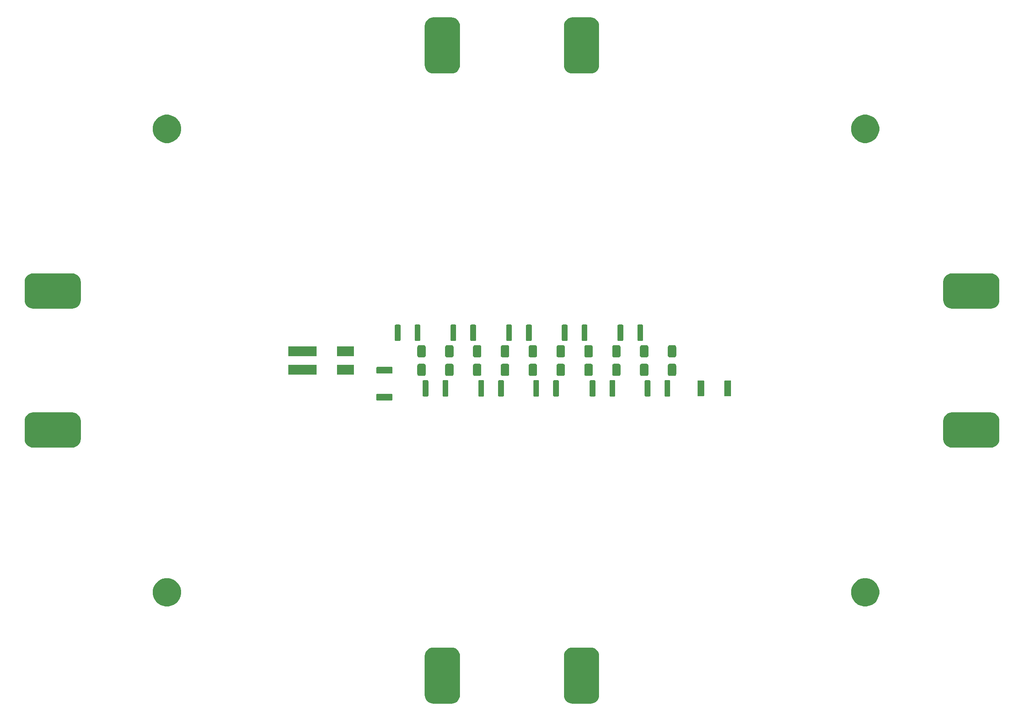
<source format=gbs>
G04 #@! TF.GenerationSoftware,KiCad,Pcbnew,5.0.1*
G04 #@! TF.CreationDate,2019-02-24T21:27:12+01:00*
G04 #@! TF.ProjectId,Statikplatte,53746174696B706C617474652E6B6963,rev?*
G04 #@! TF.SameCoordinates,Original*
G04 #@! TF.FileFunction,Soldermask,Bot*
G04 #@! TF.FilePolarity,Negative*
%FSLAX46Y46*%
G04 Gerber Fmt 4.6, Leading zero omitted, Abs format (unit mm)*
G04 Created by KiCad (PCBNEW 5.0.1) date So 24 Feb 2019 21:27:12 CET*
%MOMM*%
%LPD*%
G01*
G04 APERTURE LIST*
%ADD10C,0.100000*%
G04 APERTURE END LIST*
D10*
G36*
X137321454Y-150984909D02*
X137666143Y-151089469D01*
X137983803Y-151259263D01*
X138262235Y-151487765D01*
X138490737Y-151766197D01*
X138660531Y-152083857D01*
X138765091Y-152428546D01*
X138801000Y-152793140D01*
X138801000Y-161206860D01*
X138765091Y-161571454D01*
X138660531Y-161916143D01*
X138490737Y-162233803D01*
X138262235Y-162512235D01*
X137983803Y-162740737D01*
X137666143Y-162910531D01*
X137321454Y-163015091D01*
X136956860Y-163051000D01*
X133043140Y-163051000D01*
X132678546Y-163015091D01*
X132333857Y-162910531D01*
X132016197Y-162740737D01*
X131737765Y-162512235D01*
X131509263Y-162233803D01*
X131339469Y-161916143D01*
X131234909Y-161571454D01*
X131199000Y-161206860D01*
X131199000Y-152793140D01*
X131234909Y-152428546D01*
X131339469Y-152083857D01*
X131509263Y-151766197D01*
X131737765Y-151487765D01*
X132016197Y-151259263D01*
X132333857Y-151089469D01*
X132678546Y-150984909D01*
X133043140Y-150949000D01*
X136956860Y-150949000D01*
X137321454Y-150984909D01*
X137321454Y-150984909D01*
G37*
G36*
X107321454Y-150984909D02*
X107666143Y-151089469D01*
X107983803Y-151259263D01*
X108262235Y-151487765D01*
X108490737Y-151766197D01*
X108660531Y-152083857D01*
X108765091Y-152428546D01*
X108801000Y-152793140D01*
X108801000Y-161206860D01*
X108765091Y-161571454D01*
X108660531Y-161916143D01*
X108490737Y-162233803D01*
X108262235Y-162512235D01*
X107983803Y-162740737D01*
X107666143Y-162910531D01*
X107321454Y-163015091D01*
X106956860Y-163051000D01*
X103043140Y-163051000D01*
X102678546Y-163015091D01*
X102333857Y-162910531D01*
X102016197Y-162740737D01*
X101737765Y-162512235D01*
X101509263Y-162233803D01*
X101339469Y-161916143D01*
X101234909Y-161571454D01*
X101199000Y-161206860D01*
X101199000Y-152793140D01*
X101234909Y-152428546D01*
X101339469Y-152083857D01*
X101509263Y-151766197D01*
X101737765Y-151487765D01*
X102016197Y-151259263D01*
X102333857Y-151089469D01*
X102678546Y-150984909D01*
X103043140Y-150949000D01*
X106956860Y-150949000D01*
X107321454Y-150984909D01*
X107321454Y-150984909D01*
G37*
G36*
X197014941Y-136066248D02*
X197014943Y-136066249D01*
X197014944Y-136066249D01*
X197570190Y-136296239D01*
X197570191Y-136296240D01*
X198069902Y-136630136D01*
X198494864Y-137055098D01*
X198494866Y-137055101D01*
X198828761Y-137554810D01*
X199058751Y-138110056D01*
X199176000Y-138699503D01*
X199176000Y-139300497D01*
X199058751Y-139889944D01*
X198828761Y-140445190D01*
X198828760Y-140445191D01*
X198494864Y-140944902D01*
X198069902Y-141369864D01*
X198069899Y-141369866D01*
X197570190Y-141703761D01*
X197014944Y-141933751D01*
X197014943Y-141933751D01*
X197014941Y-141933752D01*
X196425499Y-142051000D01*
X195824501Y-142051000D01*
X195235059Y-141933752D01*
X195235057Y-141933751D01*
X195235056Y-141933751D01*
X194679810Y-141703761D01*
X194180101Y-141369866D01*
X194180098Y-141369864D01*
X193755136Y-140944902D01*
X193421240Y-140445191D01*
X193421239Y-140445190D01*
X193191249Y-139889944D01*
X193074000Y-139300497D01*
X193074000Y-138699503D01*
X193191249Y-138110056D01*
X193421239Y-137554810D01*
X193755134Y-137055101D01*
X193755136Y-137055098D01*
X194180098Y-136630136D01*
X194679809Y-136296240D01*
X194679810Y-136296239D01*
X195235056Y-136066249D01*
X195235057Y-136066249D01*
X195235059Y-136066248D01*
X195824501Y-135949000D01*
X196425499Y-135949000D01*
X197014941Y-136066248D01*
X197014941Y-136066248D01*
G37*
G36*
X46514941Y-136066248D02*
X46514943Y-136066249D01*
X46514944Y-136066249D01*
X47070190Y-136296239D01*
X47070191Y-136296240D01*
X47569902Y-136630136D01*
X47994864Y-137055098D01*
X47994866Y-137055101D01*
X48328761Y-137554810D01*
X48558751Y-138110056D01*
X48676000Y-138699503D01*
X48676000Y-139300497D01*
X48558751Y-139889944D01*
X48328761Y-140445190D01*
X48328760Y-140445191D01*
X47994864Y-140944902D01*
X47569902Y-141369864D01*
X47569899Y-141369866D01*
X47070190Y-141703761D01*
X46514944Y-141933751D01*
X46514943Y-141933751D01*
X46514941Y-141933752D01*
X45925499Y-142051000D01*
X45324501Y-142051000D01*
X44735059Y-141933752D01*
X44735057Y-141933751D01*
X44735056Y-141933751D01*
X44179810Y-141703761D01*
X43680101Y-141369866D01*
X43680098Y-141369864D01*
X43255136Y-140944902D01*
X42921240Y-140445191D01*
X42921239Y-140445190D01*
X42691249Y-139889944D01*
X42574000Y-139300497D01*
X42574000Y-138699503D01*
X42691249Y-138110056D01*
X42921239Y-137554810D01*
X43255134Y-137055101D01*
X43255136Y-137055098D01*
X43680098Y-136630136D01*
X44179809Y-136296240D01*
X44179810Y-136296239D01*
X44735056Y-136066249D01*
X44735057Y-136066249D01*
X44735059Y-136066248D01*
X45324501Y-135949000D01*
X45925499Y-135949000D01*
X46514941Y-136066248D01*
X46514941Y-136066248D01*
G37*
G36*
X223571454Y-100234909D02*
X223916143Y-100339469D01*
X224233803Y-100509263D01*
X224512235Y-100737765D01*
X224740737Y-101016197D01*
X224910531Y-101333857D01*
X225015091Y-101678546D01*
X225051000Y-102043140D01*
X225051000Y-105956860D01*
X225015091Y-106321454D01*
X224910531Y-106666143D01*
X224740737Y-106983803D01*
X224512235Y-107262235D01*
X224233803Y-107490737D01*
X223916143Y-107660531D01*
X223571454Y-107765091D01*
X223206860Y-107801000D01*
X214793140Y-107801000D01*
X214428546Y-107765091D01*
X214083857Y-107660531D01*
X213766197Y-107490737D01*
X213487765Y-107262235D01*
X213259263Y-106983803D01*
X213089469Y-106666143D01*
X212984909Y-106321454D01*
X212949000Y-105956860D01*
X212949000Y-102043140D01*
X212984909Y-101678546D01*
X213089469Y-101333857D01*
X213259263Y-101016197D01*
X213487765Y-100737765D01*
X213766197Y-100509263D01*
X214083857Y-100339469D01*
X214428546Y-100234909D01*
X214793140Y-100199000D01*
X223206860Y-100199000D01*
X223571454Y-100234909D01*
X223571454Y-100234909D01*
G37*
G36*
X25571454Y-100234909D02*
X25916143Y-100339469D01*
X26233803Y-100509263D01*
X26512235Y-100737765D01*
X26740737Y-101016197D01*
X26910531Y-101333857D01*
X27015091Y-101678546D01*
X27051000Y-102043140D01*
X27051000Y-105956860D01*
X27015091Y-106321454D01*
X26910531Y-106666143D01*
X26740737Y-106983803D01*
X26512235Y-107262235D01*
X26233803Y-107490737D01*
X25916143Y-107660531D01*
X25571454Y-107765091D01*
X25206860Y-107801000D01*
X16793140Y-107801000D01*
X16428546Y-107765091D01*
X16083857Y-107660531D01*
X15766197Y-107490737D01*
X15487765Y-107262235D01*
X15259263Y-106983803D01*
X15089469Y-106666143D01*
X14984909Y-106321454D01*
X14949000Y-105956860D01*
X14949000Y-102043140D01*
X14984909Y-101678546D01*
X15089469Y-101333857D01*
X15259263Y-101016197D01*
X15487765Y-100737765D01*
X15766197Y-100509263D01*
X16083857Y-100339469D01*
X16428546Y-100234909D01*
X16793140Y-100199000D01*
X25206860Y-100199000D01*
X25571454Y-100234909D01*
X25571454Y-100234909D01*
G37*
G36*
X94072797Y-96178247D02*
X94108367Y-96189037D01*
X94141139Y-96206554D01*
X94169869Y-96230131D01*
X94193446Y-96258861D01*
X94210963Y-96291633D01*
X94221753Y-96327203D01*
X94226000Y-96370324D01*
X94226000Y-97429676D01*
X94221753Y-97472797D01*
X94210963Y-97508367D01*
X94193446Y-97541139D01*
X94169869Y-97569869D01*
X94141139Y-97593446D01*
X94108367Y-97610963D01*
X94072797Y-97621753D01*
X94029676Y-97626000D01*
X90970324Y-97626000D01*
X90927203Y-97621753D01*
X90891633Y-97610963D01*
X90858861Y-97593446D01*
X90830131Y-97569869D01*
X90806554Y-97541139D01*
X90789037Y-97508367D01*
X90778247Y-97472797D01*
X90774000Y-97429676D01*
X90774000Y-96370324D01*
X90778247Y-96327203D01*
X90789037Y-96291633D01*
X90806554Y-96258861D01*
X90830131Y-96230131D01*
X90858861Y-96206554D01*
X90891633Y-96189037D01*
X90927203Y-96178247D01*
X90970324Y-96174000D01*
X94029676Y-96174000D01*
X94072797Y-96178247D01*
X94072797Y-96178247D01*
G37*
G36*
X125674808Y-93253498D02*
X125712817Y-93265028D01*
X125747848Y-93283753D01*
X125778550Y-93308950D01*
X125803747Y-93339652D01*
X125822472Y-93374683D01*
X125834002Y-93412692D01*
X125838500Y-93458362D01*
X125838500Y-96541638D01*
X125834002Y-96587308D01*
X125822472Y-96625317D01*
X125803747Y-96660348D01*
X125778550Y-96691050D01*
X125747848Y-96716247D01*
X125712817Y-96734972D01*
X125674808Y-96746502D01*
X125629138Y-96751000D01*
X124820862Y-96751000D01*
X124775192Y-96746502D01*
X124737183Y-96734972D01*
X124702152Y-96716247D01*
X124671450Y-96691050D01*
X124646253Y-96660348D01*
X124627528Y-96625317D01*
X124615998Y-96587308D01*
X124611500Y-96541638D01*
X124611500Y-93458362D01*
X124615998Y-93412692D01*
X124627528Y-93374683D01*
X124646253Y-93339652D01*
X124671450Y-93308950D01*
X124702152Y-93283753D01*
X124737183Y-93265028D01*
X124775192Y-93253498D01*
X124820862Y-93249000D01*
X125629138Y-93249000D01*
X125674808Y-93253498D01*
X125674808Y-93253498D01*
G37*
G36*
X129949808Y-93253498D02*
X129987817Y-93265028D01*
X130022848Y-93283753D01*
X130053550Y-93308950D01*
X130078747Y-93339652D01*
X130097472Y-93374683D01*
X130109002Y-93412692D01*
X130113500Y-93458362D01*
X130113500Y-96541638D01*
X130109002Y-96587308D01*
X130097472Y-96625317D01*
X130078747Y-96660348D01*
X130053550Y-96691050D01*
X130022848Y-96716247D01*
X129987817Y-96734972D01*
X129949808Y-96746502D01*
X129904138Y-96751000D01*
X129095862Y-96751000D01*
X129050192Y-96746502D01*
X129012183Y-96734972D01*
X128977152Y-96716247D01*
X128946450Y-96691050D01*
X128921253Y-96660348D01*
X128902528Y-96625317D01*
X128890998Y-96587308D01*
X128886500Y-96541638D01*
X128886500Y-93458362D01*
X128890998Y-93412692D01*
X128902528Y-93374683D01*
X128921253Y-93339652D01*
X128946450Y-93308950D01*
X128977152Y-93283753D01*
X129012183Y-93265028D01*
X129050192Y-93253498D01*
X129095862Y-93249000D01*
X129904138Y-93249000D01*
X129949808Y-93253498D01*
X129949808Y-93253498D01*
G37*
G36*
X113812308Y-93253498D02*
X113850317Y-93265028D01*
X113885348Y-93283753D01*
X113916050Y-93308950D01*
X113941247Y-93339652D01*
X113959972Y-93374683D01*
X113971502Y-93412692D01*
X113976000Y-93458362D01*
X113976000Y-96541638D01*
X113971502Y-96587308D01*
X113959972Y-96625317D01*
X113941247Y-96660348D01*
X113916050Y-96691050D01*
X113885348Y-96716247D01*
X113850317Y-96734972D01*
X113812308Y-96746502D01*
X113766638Y-96751000D01*
X112958362Y-96751000D01*
X112912692Y-96746502D01*
X112874683Y-96734972D01*
X112839652Y-96716247D01*
X112808950Y-96691050D01*
X112783753Y-96660348D01*
X112765028Y-96625317D01*
X112753498Y-96587308D01*
X112749000Y-96541638D01*
X112749000Y-93458362D01*
X112753498Y-93412692D01*
X112765028Y-93374683D01*
X112783753Y-93339652D01*
X112808950Y-93308950D01*
X112839652Y-93283753D01*
X112874683Y-93265028D01*
X112912692Y-93253498D01*
X112958362Y-93249000D01*
X113766638Y-93249000D01*
X113812308Y-93253498D01*
X113812308Y-93253498D01*
G37*
G36*
X118087308Y-93253498D02*
X118125317Y-93265028D01*
X118160348Y-93283753D01*
X118191050Y-93308950D01*
X118216247Y-93339652D01*
X118234972Y-93374683D01*
X118246502Y-93412692D01*
X118251000Y-93458362D01*
X118251000Y-96541638D01*
X118246502Y-96587308D01*
X118234972Y-96625317D01*
X118216247Y-96660348D01*
X118191050Y-96691050D01*
X118160348Y-96716247D01*
X118125317Y-96734972D01*
X118087308Y-96746502D01*
X118041638Y-96751000D01*
X117233362Y-96751000D01*
X117187692Y-96746502D01*
X117149683Y-96734972D01*
X117114652Y-96716247D01*
X117083950Y-96691050D01*
X117058753Y-96660348D01*
X117040028Y-96625317D01*
X117028498Y-96587308D01*
X117024000Y-96541638D01*
X117024000Y-93458362D01*
X117028498Y-93412692D01*
X117040028Y-93374683D01*
X117058753Y-93339652D01*
X117083950Y-93308950D01*
X117114652Y-93283753D01*
X117149683Y-93265028D01*
X117187692Y-93253498D01*
X117233362Y-93249000D01*
X118041638Y-93249000D01*
X118087308Y-93253498D01*
X118087308Y-93253498D01*
G37*
G36*
X101812308Y-93253498D02*
X101850317Y-93265028D01*
X101885348Y-93283753D01*
X101916050Y-93308950D01*
X101941247Y-93339652D01*
X101959972Y-93374683D01*
X101971502Y-93412692D01*
X101976000Y-93458362D01*
X101976000Y-96541638D01*
X101971502Y-96587308D01*
X101959972Y-96625317D01*
X101941247Y-96660348D01*
X101916050Y-96691050D01*
X101885348Y-96716247D01*
X101850317Y-96734972D01*
X101812308Y-96746502D01*
X101766638Y-96751000D01*
X100958362Y-96751000D01*
X100912692Y-96746502D01*
X100874683Y-96734972D01*
X100839652Y-96716247D01*
X100808950Y-96691050D01*
X100783753Y-96660348D01*
X100765028Y-96625317D01*
X100753498Y-96587308D01*
X100749000Y-96541638D01*
X100749000Y-93458362D01*
X100753498Y-93412692D01*
X100765028Y-93374683D01*
X100783753Y-93339652D01*
X100808950Y-93308950D01*
X100839652Y-93283753D01*
X100874683Y-93265028D01*
X100912692Y-93253498D01*
X100958362Y-93249000D01*
X101766638Y-93249000D01*
X101812308Y-93253498D01*
X101812308Y-93253498D01*
G37*
G36*
X137812308Y-93253498D02*
X137850317Y-93265028D01*
X137885348Y-93283753D01*
X137916050Y-93308950D01*
X137941247Y-93339652D01*
X137959972Y-93374683D01*
X137971502Y-93412692D01*
X137976000Y-93458362D01*
X137976000Y-96541638D01*
X137971502Y-96587308D01*
X137959972Y-96625317D01*
X137941247Y-96660348D01*
X137916050Y-96691050D01*
X137885348Y-96716247D01*
X137850317Y-96734972D01*
X137812308Y-96746502D01*
X137766638Y-96751000D01*
X136958362Y-96751000D01*
X136912692Y-96746502D01*
X136874683Y-96734972D01*
X136839652Y-96716247D01*
X136808950Y-96691050D01*
X136783753Y-96660348D01*
X136765028Y-96625317D01*
X136753498Y-96587308D01*
X136749000Y-96541638D01*
X136749000Y-93458362D01*
X136753498Y-93412692D01*
X136765028Y-93374683D01*
X136783753Y-93339652D01*
X136808950Y-93308950D01*
X136839652Y-93283753D01*
X136874683Y-93265028D01*
X136912692Y-93253498D01*
X136958362Y-93249000D01*
X137766638Y-93249000D01*
X137812308Y-93253498D01*
X137812308Y-93253498D01*
G37*
G36*
X142087308Y-93253498D02*
X142125317Y-93265028D01*
X142160348Y-93283753D01*
X142191050Y-93308950D01*
X142216247Y-93339652D01*
X142234972Y-93374683D01*
X142246502Y-93412692D01*
X142251000Y-93458362D01*
X142251000Y-96541638D01*
X142246502Y-96587308D01*
X142234972Y-96625317D01*
X142216247Y-96660348D01*
X142191050Y-96691050D01*
X142160348Y-96716247D01*
X142125317Y-96734972D01*
X142087308Y-96746502D01*
X142041638Y-96751000D01*
X141233362Y-96751000D01*
X141187692Y-96746502D01*
X141149683Y-96734972D01*
X141114652Y-96716247D01*
X141083950Y-96691050D01*
X141058753Y-96660348D01*
X141040028Y-96625317D01*
X141028498Y-96587308D01*
X141024000Y-96541638D01*
X141024000Y-93458362D01*
X141028498Y-93412692D01*
X141040028Y-93374683D01*
X141058753Y-93339652D01*
X141083950Y-93308950D01*
X141114652Y-93283753D01*
X141149683Y-93265028D01*
X141187692Y-93253498D01*
X141233362Y-93249000D01*
X142041638Y-93249000D01*
X142087308Y-93253498D01*
X142087308Y-93253498D01*
G37*
G36*
X149674808Y-93253498D02*
X149712817Y-93265028D01*
X149747848Y-93283753D01*
X149778550Y-93308950D01*
X149803747Y-93339652D01*
X149822472Y-93374683D01*
X149834002Y-93412692D01*
X149838500Y-93458362D01*
X149838500Y-96541638D01*
X149834002Y-96587308D01*
X149822472Y-96625317D01*
X149803747Y-96660348D01*
X149778550Y-96691050D01*
X149747848Y-96716247D01*
X149712817Y-96734972D01*
X149674808Y-96746502D01*
X149629138Y-96751000D01*
X148820862Y-96751000D01*
X148775192Y-96746502D01*
X148737183Y-96734972D01*
X148702152Y-96716247D01*
X148671450Y-96691050D01*
X148646253Y-96660348D01*
X148627528Y-96625317D01*
X148615998Y-96587308D01*
X148611500Y-96541638D01*
X148611500Y-93458362D01*
X148615998Y-93412692D01*
X148627528Y-93374683D01*
X148646253Y-93339652D01*
X148671450Y-93308950D01*
X148702152Y-93283753D01*
X148737183Y-93265028D01*
X148775192Y-93253498D01*
X148820862Y-93249000D01*
X149629138Y-93249000D01*
X149674808Y-93253498D01*
X149674808Y-93253498D01*
G37*
G36*
X153949808Y-93253498D02*
X153987817Y-93265028D01*
X154022848Y-93283753D01*
X154053550Y-93308950D01*
X154078747Y-93339652D01*
X154097472Y-93374683D01*
X154109002Y-93412692D01*
X154113500Y-93458362D01*
X154113500Y-96541638D01*
X154109002Y-96587308D01*
X154097472Y-96625317D01*
X154078747Y-96660348D01*
X154053550Y-96691050D01*
X154022848Y-96716247D01*
X153987817Y-96734972D01*
X153949808Y-96746502D01*
X153904138Y-96751000D01*
X153095862Y-96751000D01*
X153050192Y-96746502D01*
X153012183Y-96734972D01*
X152977152Y-96716247D01*
X152946450Y-96691050D01*
X152921253Y-96660348D01*
X152902528Y-96625317D01*
X152890998Y-96587308D01*
X152886500Y-96541638D01*
X152886500Y-93458362D01*
X152890998Y-93412692D01*
X152902528Y-93374683D01*
X152921253Y-93339652D01*
X152946450Y-93308950D01*
X152977152Y-93283753D01*
X153012183Y-93265028D01*
X153050192Y-93253498D01*
X153095862Y-93249000D01*
X153904138Y-93249000D01*
X153949808Y-93253498D01*
X153949808Y-93253498D01*
G37*
G36*
X106087308Y-93253498D02*
X106125317Y-93265028D01*
X106160348Y-93283753D01*
X106191050Y-93308950D01*
X106216247Y-93339652D01*
X106234972Y-93374683D01*
X106246502Y-93412692D01*
X106251000Y-93458362D01*
X106251000Y-96541638D01*
X106246502Y-96587308D01*
X106234972Y-96625317D01*
X106216247Y-96660348D01*
X106191050Y-96691050D01*
X106160348Y-96716247D01*
X106125317Y-96734972D01*
X106087308Y-96746502D01*
X106041638Y-96751000D01*
X105233362Y-96751000D01*
X105187692Y-96746502D01*
X105149683Y-96734972D01*
X105114652Y-96716247D01*
X105083950Y-96691050D01*
X105058753Y-96660348D01*
X105040028Y-96625317D01*
X105028498Y-96587308D01*
X105024000Y-96541638D01*
X105024000Y-93458362D01*
X105028498Y-93412692D01*
X105040028Y-93374683D01*
X105058753Y-93339652D01*
X105083950Y-93308950D01*
X105114652Y-93283753D01*
X105149683Y-93265028D01*
X105187692Y-93253498D01*
X105233362Y-93249000D01*
X106041638Y-93249000D01*
X106087308Y-93253498D01*
X106087308Y-93253498D01*
G37*
G36*
X167072797Y-93278247D02*
X167108367Y-93289037D01*
X167141139Y-93306554D01*
X167169869Y-93330131D01*
X167193446Y-93358861D01*
X167210963Y-93391633D01*
X167221753Y-93427203D01*
X167226000Y-93470324D01*
X167226000Y-96529676D01*
X167221753Y-96572797D01*
X167210963Y-96608367D01*
X167193446Y-96641139D01*
X167169869Y-96669869D01*
X167141139Y-96693446D01*
X167108367Y-96710963D01*
X167072797Y-96721753D01*
X167029676Y-96726000D01*
X165970324Y-96726000D01*
X165927203Y-96721753D01*
X165891633Y-96710963D01*
X165858861Y-96693446D01*
X165830131Y-96669869D01*
X165806554Y-96641139D01*
X165789037Y-96608367D01*
X165778247Y-96572797D01*
X165774000Y-96529676D01*
X165774000Y-93470324D01*
X165778247Y-93427203D01*
X165789037Y-93391633D01*
X165806554Y-93358861D01*
X165830131Y-93330131D01*
X165858861Y-93306554D01*
X165891633Y-93289037D01*
X165927203Y-93278247D01*
X165970324Y-93274000D01*
X167029676Y-93274000D01*
X167072797Y-93278247D01*
X167072797Y-93278247D01*
G37*
G36*
X161272797Y-93278247D02*
X161308367Y-93289037D01*
X161341139Y-93306554D01*
X161369869Y-93330131D01*
X161393446Y-93358861D01*
X161410963Y-93391633D01*
X161421753Y-93427203D01*
X161426000Y-93470324D01*
X161426000Y-96529676D01*
X161421753Y-96572797D01*
X161410963Y-96608367D01*
X161393446Y-96641139D01*
X161369869Y-96669869D01*
X161341139Y-96693446D01*
X161308367Y-96710963D01*
X161272797Y-96721753D01*
X161229676Y-96726000D01*
X160170324Y-96726000D01*
X160127203Y-96721753D01*
X160091633Y-96710963D01*
X160058861Y-96693446D01*
X160030131Y-96669869D01*
X160006554Y-96641139D01*
X159989037Y-96608367D01*
X159978247Y-96572797D01*
X159974000Y-96529676D01*
X159974000Y-93470324D01*
X159978247Y-93427203D01*
X159989037Y-93391633D01*
X160006554Y-93358861D01*
X160030131Y-93330131D01*
X160058861Y-93306554D01*
X160091633Y-93289037D01*
X160127203Y-93278247D01*
X160170324Y-93274000D01*
X161229676Y-93274000D01*
X161272797Y-93278247D01*
X161272797Y-93278247D01*
G37*
G36*
X137088578Y-89707049D02*
X137161250Y-89729094D01*
X137228226Y-89764893D01*
X137286930Y-89813071D01*
X137335108Y-89871775D01*
X137370907Y-89938751D01*
X137392952Y-90011423D01*
X137401000Y-90093141D01*
X137401000Y-91906861D01*
X137392952Y-91988579D01*
X137370907Y-92061251D01*
X137335108Y-92128227D01*
X137286930Y-92186931D01*
X137228226Y-92235109D01*
X137161250Y-92270908D01*
X137088578Y-92292953D01*
X137006860Y-92301001D01*
X135993140Y-92301001D01*
X135911422Y-92292953D01*
X135838750Y-92270908D01*
X135771774Y-92235109D01*
X135713070Y-92186931D01*
X135664892Y-92128227D01*
X135629093Y-92061251D01*
X135607048Y-91988579D01*
X135599000Y-91906861D01*
X135599000Y-90093141D01*
X135607048Y-90011423D01*
X135629093Y-89938751D01*
X135664892Y-89871775D01*
X135713070Y-89813071D01*
X135771774Y-89764893D01*
X135838750Y-89729094D01*
X135911422Y-89707049D01*
X135993140Y-89699001D01*
X137006860Y-89699001D01*
X137088578Y-89707049D01*
X137088578Y-89707049D01*
G37*
G36*
X125088578Y-89707048D02*
X125161250Y-89729093D01*
X125228226Y-89764892D01*
X125286930Y-89813070D01*
X125335108Y-89871774D01*
X125370907Y-89938750D01*
X125392952Y-90011422D01*
X125401000Y-90093140D01*
X125401000Y-91906860D01*
X125392952Y-91988578D01*
X125370907Y-92061250D01*
X125335108Y-92128226D01*
X125286930Y-92186930D01*
X125228226Y-92235108D01*
X125161250Y-92270907D01*
X125088578Y-92292952D01*
X125006860Y-92301000D01*
X123993140Y-92301000D01*
X123911422Y-92292952D01*
X123838750Y-92270907D01*
X123771774Y-92235108D01*
X123713070Y-92186930D01*
X123664892Y-92128226D01*
X123629093Y-92061250D01*
X123607048Y-91988578D01*
X123599000Y-91906860D01*
X123599000Y-90093140D01*
X123607048Y-90011422D01*
X123629093Y-89938750D01*
X123664892Y-89871774D01*
X123713070Y-89813070D01*
X123771774Y-89764892D01*
X123838750Y-89729093D01*
X123911422Y-89707048D01*
X123993140Y-89699000D01*
X125006860Y-89699000D01*
X125088578Y-89707048D01*
X125088578Y-89707048D01*
G37*
G36*
X101088578Y-89707048D02*
X101161250Y-89729093D01*
X101228226Y-89764892D01*
X101286930Y-89813070D01*
X101335108Y-89871774D01*
X101370907Y-89938750D01*
X101392952Y-90011422D01*
X101401000Y-90093140D01*
X101401000Y-91906860D01*
X101392952Y-91988578D01*
X101370907Y-92061250D01*
X101335108Y-92128226D01*
X101286930Y-92186930D01*
X101228226Y-92235108D01*
X101161250Y-92270907D01*
X101088578Y-92292952D01*
X101006860Y-92301000D01*
X99993140Y-92301000D01*
X99911422Y-92292952D01*
X99838750Y-92270907D01*
X99771774Y-92235108D01*
X99713070Y-92186930D01*
X99664892Y-92128226D01*
X99629093Y-92061250D01*
X99607048Y-91988578D01*
X99599000Y-91906860D01*
X99599000Y-90093140D01*
X99607048Y-90011422D01*
X99629093Y-89938750D01*
X99664892Y-89871774D01*
X99713070Y-89813070D01*
X99771774Y-89764892D01*
X99838750Y-89729093D01*
X99911422Y-89707048D01*
X99993140Y-89699000D01*
X101006860Y-89699000D01*
X101088578Y-89707048D01*
X101088578Y-89707048D01*
G37*
G36*
X155088578Y-89707048D02*
X155161250Y-89729093D01*
X155228226Y-89764892D01*
X155286930Y-89813070D01*
X155335108Y-89871774D01*
X155370907Y-89938750D01*
X155392952Y-90011422D01*
X155401000Y-90093140D01*
X155401000Y-91906860D01*
X155392952Y-91988578D01*
X155370907Y-92061250D01*
X155335108Y-92128226D01*
X155286930Y-92186930D01*
X155228226Y-92235108D01*
X155161250Y-92270907D01*
X155088578Y-92292952D01*
X155006860Y-92301000D01*
X153993140Y-92301000D01*
X153911422Y-92292952D01*
X153838750Y-92270907D01*
X153771774Y-92235108D01*
X153713070Y-92186930D01*
X153664892Y-92128226D01*
X153629093Y-92061250D01*
X153607048Y-91988578D01*
X153599000Y-91906860D01*
X153599000Y-90093140D01*
X153607048Y-90011422D01*
X153629093Y-89938750D01*
X153664892Y-89871774D01*
X153713070Y-89813070D01*
X153771774Y-89764892D01*
X153838750Y-89729093D01*
X153911422Y-89707048D01*
X153993140Y-89699000D01*
X155006860Y-89699000D01*
X155088578Y-89707048D01*
X155088578Y-89707048D01*
G37*
G36*
X149088578Y-89707048D02*
X149161250Y-89729093D01*
X149228226Y-89764892D01*
X149286930Y-89813070D01*
X149335108Y-89871774D01*
X149370907Y-89938750D01*
X149392952Y-90011422D01*
X149401000Y-90093140D01*
X149401000Y-91906860D01*
X149392952Y-91988578D01*
X149370907Y-92061250D01*
X149335108Y-92128226D01*
X149286930Y-92186930D01*
X149228226Y-92235108D01*
X149161250Y-92270907D01*
X149088578Y-92292952D01*
X149006860Y-92301000D01*
X147993140Y-92301000D01*
X147911422Y-92292952D01*
X147838750Y-92270907D01*
X147771774Y-92235108D01*
X147713070Y-92186930D01*
X147664892Y-92128226D01*
X147629093Y-92061250D01*
X147607048Y-91988578D01*
X147599000Y-91906860D01*
X147599000Y-90093140D01*
X147607048Y-90011422D01*
X147629093Y-89938750D01*
X147664892Y-89871774D01*
X147713070Y-89813070D01*
X147771774Y-89764892D01*
X147838750Y-89729093D01*
X147911422Y-89707048D01*
X147993140Y-89699000D01*
X149006860Y-89699000D01*
X149088578Y-89707048D01*
X149088578Y-89707048D01*
G37*
G36*
X113088578Y-89707048D02*
X113161250Y-89729093D01*
X113228226Y-89764892D01*
X113286930Y-89813070D01*
X113335108Y-89871774D01*
X113370907Y-89938750D01*
X113392952Y-90011422D01*
X113401000Y-90093140D01*
X113401000Y-91906860D01*
X113392952Y-91988578D01*
X113370907Y-92061250D01*
X113335108Y-92128226D01*
X113286930Y-92186930D01*
X113228226Y-92235108D01*
X113161250Y-92270907D01*
X113088578Y-92292952D01*
X113006860Y-92301000D01*
X111993140Y-92301000D01*
X111911422Y-92292952D01*
X111838750Y-92270907D01*
X111771774Y-92235108D01*
X111713070Y-92186930D01*
X111664892Y-92128226D01*
X111629093Y-92061250D01*
X111607048Y-91988578D01*
X111599000Y-91906860D01*
X111599000Y-90093140D01*
X111607048Y-90011422D01*
X111629093Y-89938750D01*
X111664892Y-89871774D01*
X111713070Y-89813070D01*
X111771774Y-89764892D01*
X111838750Y-89729093D01*
X111911422Y-89707048D01*
X111993140Y-89699000D01*
X113006860Y-89699000D01*
X113088578Y-89707048D01*
X113088578Y-89707048D01*
G37*
G36*
X119088578Y-89707048D02*
X119161250Y-89729093D01*
X119228226Y-89764892D01*
X119286930Y-89813070D01*
X119335108Y-89871774D01*
X119370907Y-89938750D01*
X119392952Y-90011422D01*
X119401000Y-90093140D01*
X119401000Y-91906860D01*
X119392952Y-91988578D01*
X119370907Y-92061250D01*
X119335108Y-92128226D01*
X119286930Y-92186930D01*
X119228226Y-92235108D01*
X119161250Y-92270907D01*
X119088578Y-92292952D01*
X119006860Y-92301000D01*
X117993140Y-92301000D01*
X117911422Y-92292952D01*
X117838750Y-92270907D01*
X117771774Y-92235108D01*
X117713070Y-92186930D01*
X117664892Y-92128226D01*
X117629093Y-92061250D01*
X117607048Y-91988578D01*
X117599000Y-91906860D01*
X117599000Y-90093140D01*
X117607048Y-90011422D01*
X117629093Y-89938750D01*
X117664892Y-89871774D01*
X117713070Y-89813070D01*
X117771774Y-89764892D01*
X117838750Y-89729093D01*
X117911422Y-89707048D01*
X117993140Y-89699000D01*
X119006860Y-89699000D01*
X119088578Y-89707048D01*
X119088578Y-89707048D01*
G37*
G36*
X143088578Y-89707048D02*
X143161250Y-89729093D01*
X143228226Y-89764892D01*
X143286930Y-89813070D01*
X143335108Y-89871774D01*
X143370907Y-89938750D01*
X143392952Y-90011422D01*
X143401000Y-90093140D01*
X143401000Y-91906860D01*
X143392952Y-91988578D01*
X143370907Y-92061250D01*
X143335108Y-92128226D01*
X143286930Y-92186930D01*
X143228226Y-92235108D01*
X143161250Y-92270907D01*
X143088578Y-92292952D01*
X143006860Y-92301000D01*
X141993140Y-92301000D01*
X141911422Y-92292952D01*
X141838750Y-92270907D01*
X141771774Y-92235108D01*
X141713070Y-92186930D01*
X141664892Y-92128226D01*
X141629093Y-92061250D01*
X141607048Y-91988578D01*
X141599000Y-91906860D01*
X141599000Y-90093140D01*
X141607048Y-90011422D01*
X141629093Y-89938750D01*
X141664892Y-89871774D01*
X141713070Y-89813070D01*
X141771774Y-89764892D01*
X141838750Y-89729093D01*
X141911422Y-89707048D01*
X141993140Y-89699000D01*
X143006860Y-89699000D01*
X143088578Y-89707048D01*
X143088578Y-89707048D01*
G37*
G36*
X107088578Y-89707047D02*
X107161250Y-89729092D01*
X107228226Y-89764891D01*
X107286930Y-89813069D01*
X107335108Y-89871773D01*
X107370907Y-89938749D01*
X107392952Y-90011421D01*
X107401000Y-90093139D01*
X107401000Y-91906859D01*
X107392952Y-91988577D01*
X107370907Y-92061249D01*
X107335108Y-92128225D01*
X107286930Y-92186929D01*
X107228226Y-92235107D01*
X107161250Y-92270906D01*
X107088578Y-92292951D01*
X107006860Y-92300999D01*
X105993140Y-92300999D01*
X105911422Y-92292951D01*
X105838750Y-92270906D01*
X105771774Y-92235107D01*
X105713070Y-92186929D01*
X105664892Y-92128225D01*
X105629093Y-92061249D01*
X105607048Y-91988577D01*
X105599000Y-91906859D01*
X105599000Y-90093139D01*
X105607048Y-90011421D01*
X105629093Y-89938749D01*
X105664892Y-89871773D01*
X105713070Y-89813069D01*
X105771774Y-89764891D01*
X105838750Y-89729092D01*
X105911422Y-89707047D01*
X105993140Y-89698999D01*
X107006860Y-89698999D01*
X107088578Y-89707047D01*
X107088578Y-89707047D01*
G37*
G36*
X131088578Y-89707047D02*
X131161250Y-89729092D01*
X131228226Y-89764891D01*
X131286930Y-89813069D01*
X131335108Y-89871773D01*
X131370907Y-89938749D01*
X131392952Y-90011421D01*
X131401000Y-90093139D01*
X131401000Y-91906859D01*
X131392952Y-91988577D01*
X131370907Y-92061249D01*
X131335108Y-92128225D01*
X131286930Y-92186929D01*
X131228226Y-92235107D01*
X131161250Y-92270906D01*
X131088578Y-92292951D01*
X131006860Y-92300999D01*
X129993140Y-92300999D01*
X129911422Y-92292951D01*
X129838750Y-92270906D01*
X129771774Y-92235107D01*
X129713070Y-92186929D01*
X129664892Y-92128225D01*
X129629093Y-92061249D01*
X129607048Y-91988577D01*
X129599000Y-91906859D01*
X129599000Y-90093139D01*
X129607048Y-90011421D01*
X129629093Y-89938749D01*
X129664892Y-89871773D01*
X129713070Y-89813069D01*
X129771774Y-89764891D01*
X129838750Y-89729092D01*
X129911422Y-89707047D01*
X129993140Y-89698999D01*
X131006860Y-89698999D01*
X131088578Y-89707047D01*
X131088578Y-89707047D01*
G37*
G36*
X77926000Y-92051000D02*
X71824000Y-92051000D01*
X71824000Y-89949000D01*
X77926000Y-89949000D01*
X77926000Y-92051000D01*
X77926000Y-92051000D01*
G37*
G36*
X85926000Y-92051000D02*
X82324000Y-92051000D01*
X82324000Y-89949000D01*
X85926000Y-89949000D01*
X85926000Y-92051000D01*
X85926000Y-92051000D01*
G37*
G36*
X94072797Y-90378247D02*
X94108367Y-90389037D01*
X94141139Y-90406554D01*
X94169869Y-90430131D01*
X94193446Y-90458861D01*
X94210963Y-90491633D01*
X94221753Y-90527203D01*
X94226000Y-90570324D01*
X94226000Y-91629676D01*
X94221753Y-91672797D01*
X94210963Y-91708367D01*
X94193446Y-91741139D01*
X94169869Y-91769869D01*
X94141139Y-91793446D01*
X94108367Y-91810963D01*
X94072797Y-91821753D01*
X94029676Y-91826000D01*
X90970324Y-91826000D01*
X90927203Y-91821753D01*
X90891633Y-91810963D01*
X90858861Y-91793446D01*
X90830131Y-91769869D01*
X90806554Y-91741139D01*
X90789037Y-91708367D01*
X90778247Y-91672797D01*
X90774000Y-91629676D01*
X90774000Y-90570324D01*
X90778247Y-90527203D01*
X90789037Y-90491633D01*
X90806554Y-90458861D01*
X90830131Y-90430131D01*
X90858861Y-90406554D01*
X90891633Y-90389037D01*
X90927203Y-90378247D01*
X90970324Y-90374000D01*
X94029676Y-90374000D01*
X94072797Y-90378247D01*
X94072797Y-90378247D01*
G37*
G36*
X137088578Y-85707049D02*
X137161250Y-85729094D01*
X137228226Y-85764893D01*
X137286930Y-85813071D01*
X137335108Y-85871775D01*
X137370907Y-85938751D01*
X137392952Y-86011423D01*
X137401000Y-86093141D01*
X137401000Y-87906861D01*
X137392952Y-87988579D01*
X137370907Y-88061251D01*
X137335108Y-88128227D01*
X137286930Y-88186931D01*
X137228226Y-88235109D01*
X137161250Y-88270908D01*
X137088578Y-88292953D01*
X137006860Y-88301001D01*
X135993140Y-88301001D01*
X135911422Y-88292953D01*
X135838750Y-88270908D01*
X135771774Y-88235109D01*
X135713070Y-88186931D01*
X135664892Y-88128227D01*
X135629093Y-88061251D01*
X135607048Y-87988579D01*
X135599000Y-87906861D01*
X135599000Y-86093141D01*
X135607048Y-86011423D01*
X135629093Y-85938751D01*
X135664892Y-85871775D01*
X135713070Y-85813071D01*
X135771774Y-85764893D01*
X135838750Y-85729094D01*
X135911422Y-85707049D01*
X135993140Y-85699001D01*
X137006860Y-85699001D01*
X137088578Y-85707049D01*
X137088578Y-85707049D01*
G37*
G36*
X149088578Y-85707048D02*
X149161250Y-85729093D01*
X149228226Y-85764892D01*
X149286930Y-85813070D01*
X149335108Y-85871774D01*
X149370907Y-85938750D01*
X149392952Y-86011422D01*
X149401000Y-86093140D01*
X149401000Y-87906860D01*
X149392952Y-87988578D01*
X149370907Y-88061250D01*
X149335108Y-88128226D01*
X149286930Y-88186930D01*
X149228226Y-88235108D01*
X149161250Y-88270907D01*
X149088578Y-88292952D01*
X149006860Y-88301000D01*
X147993140Y-88301000D01*
X147911422Y-88292952D01*
X147838750Y-88270907D01*
X147771774Y-88235108D01*
X147713070Y-88186930D01*
X147664892Y-88128226D01*
X147629093Y-88061250D01*
X147607048Y-87988578D01*
X147599000Y-87906860D01*
X147599000Y-86093140D01*
X147607048Y-86011422D01*
X147629093Y-85938750D01*
X147664892Y-85871774D01*
X147713070Y-85813070D01*
X147771774Y-85764892D01*
X147838750Y-85729093D01*
X147911422Y-85707048D01*
X147993140Y-85699000D01*
X149006860Y-85699000D01*
X149088578Y-85707048D01*
X149088578Y-85707048D01*
G37*
G36*
X143088578Y-85707048D02*
X143161250Y-85729093D01*
X143228226Y-85764892D01*
X143286930Y-85813070D01*
X143335108Y-85871774D01*
X143370907Y-85938750D01*
X143392952Y-86011422D01*
X143401000Y-86093140D01*
X143401000Y-87906860D01*
X143392952Y-87988578D01*
X143370907Y-88061250D01*
X143335108Y-88128226D01*
X143286930Y-88186930D01*
X143228226Y-88235108D01*
X143161250Y-88270907D01*
X143088578Y-88292952D01*
X143006860Y-88301000D01*
X141993140Y-88301000D01*
X141911422Y-88292952D01*
X141838750Y-88270907D01*
X141771774Y-88235108D01*
X141713070Y-88186930D01*
X141664892Y-88128226D01*
X141629093Y-88061250D01*
X141607048Y-87988578D01*
X141599000Y-87906860D01*
X141599000Y-86093140D01*
X141607048Y-86011422D01*
X141629093Y-85938750D01*
X141664892Y-85871774D01*
X141713070Y-85813070D01*
X141771774Y-85764892D01*
X141838750Y-85729093D01*
X141911422Y-85707048D01*
X141993140Y-85699000D01*
X143006860Y-85699000D01*
X143088578Y-85707048D01*
X143088578Y-85707048D01*
G37*
G36*
X155088578Y-85707048D02*
X155161250Y-85729093D01*
X155228226Y-85764892D01*
X155286930Y-85813070D01*
X155335108Y-85871774D01*
X155370907Y-85938750D01*
X155392952Y-86011422D01*
X155401000Y-86093140D01*
X155401000Y-87906860D01*
X155392952Y-87988578D01*
X155370907Y-88061250D01*
X155335108Y-88128226D01*
X155286930Y-88186930D01*
X155228226Y-88235108D01*
X155161250Y-88270907D01*
X155088578Y-88292952D01*
X155006860Y-88301000D01*
X153993140Y-88301000D01*
X153911422Y-88292952D01*
X153838750Y-88270907D01*
X153771774Y-88235108D01*
X153713070Y-88186930D01*
X153664892Y-88128226D01*
X153629093Y-88061250D01*
X153607048Y-87988578D01*
X153599000Y-87906860D01*
X153599000Y-86093140D01*
X153607048Y-86011422D01*
X153629093Y-85938750D01*
X153664892Y-85871774D01*
X153713070Y-85813070D01*
X153771774Y-85764892D01*
X153838750Y-85729093D01*
X153911422Y-85707048D01*
X153993140Y-85699000D01*
X155006860Y-85699000D01*
X155088578Y-85707048D01*
X155088578Y-85707048D01*
G37*
G36*
X101088578Y-85707048D02*
X101161250Y-85729093D01*
X101228226Y-85764892D01*
X101286930Y-85813070D01*
X101335108Y-85871774D01*
X101370907Y-85938750D01*
X101392952Y-86011422D01*
X101401000Y-86093140D01*
X101401000Y-87906860D01*
X101392952Y-87988578D01*
X101370907Y-88061250D01*
X101335108Y-88128226D01*
X101286930Y-88186930D01*
X101228226Y-88235108D01*
X101161250Y-88270907D01*
X101088578Y-88292952D01*
X101006860Y-88301000D01*
X99993140Y-88301000D01*
X99911422Y-88292952D01*
X99838750Y-88270907D01*
X99771774Y-88235108D01*
X99713070Y-88186930D01*
X99664892Y-88128226D01*
X99629093Y-88061250D01*
X99607048Y-87988578D01*
X99599000Y-87906860D01*
X99599000Y-86093140D01*
X99607048Y-86011422D01*
X99629093Y-85938750D01*
X99664892Y-85871774D01*
X99713070Y-85813070D01*
X99771774Y-85764892D01*
X99838750Y-85729093D01*
X99911422Y-85707048D01*
X99993140Y-85699000D01*
X101006860Y-85699000D01*
X101088578Y-85707048D01*
X101088578Y-85707048D01*
G37*
G36*
X125088578Y-85707048D02*
X125161250Y-85729093D01*
X125228226Y-85764892D01*
X125286930Y-85813070D01*
X125335108Y-85871774D01*
X125370907Y-85938750D01*
X125392952Y-86011422D01*
X125401000Y-86093140D01*
X125401000Y-87906860D01*
X125392952Y-87988578D01*
X125370907Y-88061250D01*
X125335108Y-88128226D01*
X125286930Y-88186930D01*
X125228226Y-88235108D01*
X125161250Y-88270907D01*
X125088578Y-88292952D01*
X125006860Y-88301000D01*
X123993140Y-88301000D01*
X123911422Y-88292952D01*
X123838750Y-88270907D01*
X123771774Y-88235108D01*
X123713070Y-88186930D01*
X123664892Y-88128226D01*
X123629093Y-88061250D01*
X123607048Y-87988578D01*
X123599000Y-87906860D01*
X123599000Y-86093140D01*
X123607048Y-86011422D01*
X123629093Y-85938750D01*
X123664892Y-85871774D01*
X123713070Y-85813070D01*
X123771774Y-85764892D01*
X123838750Y-85729093D01*
X123911422Y-85707048D01*
X123993140Y-85699000D01*
X125006860Y-85699000D01*
X125088578Y-85707048D01*
X125088578Y-85707048D01*
G37*
G36*
X119088578Y-85707048D02*
X119161250Y-85729093D01*
X119228226Y-85764892D01*
X119286930Y-85813070D01*
X119335108Y-85871774D01*
X119370907Y-85938750D01*
X119392952Y-86011422D01*
X119401000Y-86093140D01*
X119401000Y-87906860D01*
X119392952Y-87988578D01*
X119370907Y-88061250D01*
X119335108Y-88128226D01*
X119286930Y-88186930D01*
X119228226Y-88235108D01*
X119161250Y-88270907D01*
X119088578Y-88292952D01*
X119006860Y-88301000D01*
X117993140Y-88301000D01*
X117911422Y-88292952D01*
X117838750Y-88270907D01*
X117771774Y-88235108D01*
X117713070Y-88186930D01*
X117664892Y-88128226D01*
X117629093Y-88061250D01*
X117607048Y-87988578D01*
X117599000Y-87906860D01*
X117599000Y-86093140D01*
X117607048Y-86011422D01*
X117629093Y-85938750D01*
X117664892Y-85871774D01*
X117713070Y-85813070D01*
X117771774Y-85764892D01*
X117838750Y-85729093D01*
X117911422Y-85707048D01*
X117993140Y-85699000D01*
X119006860Y-85699000D01*
X119088578Y-85707048D01*
X119088578Y-85707048D01*
G37*
G36*
X113088578Y-85707048D02*
X113161250Y-85729093D01*
X113228226Y-85764892D01*
X113286930Y-85813070D01*
X113335108Y-85871774D01*
X113370907Y-85938750D01*
X113392952Y-86011422D01*
X113401000Y-86093140D01*
X113401000Y-87906860D01*
X113392952Y-87988578D01*
X113370907Y-88061250D01*
X113335108Y-88128226D01*
X113286930Y-88186930D01*
X113228226Y-88235108D01*
X113161250Y-88270907D01*
X113088578Y-88292952D01*
X113006860Y-88301000D01*
X111993140Y-88301000D01*
X111911422Y-88292952D01*
X111838750Y-88270907D01*
X111771774Y-88235108D01*
X111713070Y-88186930D01*
X111664892Y-88128226D01*
X111629093Y-88061250D01*
X111607048Y-87988578D01*
X111599000Y-87906860D01*
X111599000Y-86093140D01*
X111607048Y-86011422D01*
X111629093Y-85938750D01*
X111664892Y-85871774D01*
X111713070Y-85813070D01*
X111771774Y-85764892D01*
X111838750Y-85729093D01*
X111911422Y-85707048D01*
X111993140Y-85699000D01*
X113006860Y-85699000D01*
X113088578Y-85707048D01*
X113088578Y-85707048D01*
G37*
G36*
X131088578Y-85707047D02*
X131161250Y-85729092D01*
X131228226Y-85764891D01*
X131286930Y-85813069D01*
X131335108Y-85871773D01*
X131370907Y-85938749D01*
X131392952Y-86011421D01*
X131401000Y-86093139D01*
X131401000Y-87906859D01*
X131392952Y-87988577D01*
X131370907Y-88061249D01*
X131335108Y-88128225D01*
X131286930Y-88186929D01*
X131228226Y-88235107D01*
X131161250Y-88270906D01*
X131088578Y-88292951D01*
X131006860Y-88300999D01*
X129993140Y-88300999D01*
X129911422Y-88292951D01*
X129838750Y-88270906D01*
X129771774Y-88235107D01*
X129713070Y-88186929D01*
X129664892Y-88128225D01*
X129629093Y-88061249D01*
X129607048Y-87988577D01*
X129599000Y-87906859D01*
X129599000Y-86093139D01*
X129607048Y-86011421D01*
X129629093Y-85938749D01*
X129664892Y-85871773D01*
X129713070Y-85813069D01*
X129771774Y-85764891D01*
X129838750Y-85729092D01*
X129911422Y-85707047D01*
X129993140Y-85698999D01*
X131006860Y-85698999D01*
X131088578Y-85707047D01*
X131088578Y-85707047D01*
G37*
G36*
X107088578Y-85707047D02*
X107161250Y-85729092D01*
X107228226Y-85764891D01*
X107286930Y-85813069D01*
X107335108Y-85871773D01*
X107370907Y-85938749D01*
X107392952Y-86011421D01*
X107401000Y-86093139D01*
X107401000Y-87906859D01*
X107392952Y-87988577D01*
X107370907Y-88061249D01*
X107335108Y-88128225D01*
X107286930Y-88186929D01*
X107228226Y-88235107D01*
X107161250Y-88270906D01*
X107088578Y-88292951D01*
X107006860Y-88300999D01*
X105993140Y-88300999D01*
X105911422Y-88292951D01*
X105838750Y-88270906D01*
X105771774Y-88235107D01*
X105713070Y-88186929D01*
X105664892Y-88128225D01*
X105629093Y-88061249D01*
X105607048Y-87988577D01*
X105599000Y-87906859D01*
X105599000Y-86093139D01*
X105607048Y-86011421D01*
X105629093Y-85938749D01*
X105664892Y-85871773D01*
X105713070Y-85813069D01*
X105771774Y-85764891D01*
X105838750Y-85729092D01*
X105911422Y-85707047D01*
X105993140Y-85698999D01*
X107006860Y-85698999D01*
X107088578Y-85707047D01*
X107088578Y-85707047D01*
G37*
G36*
X85926000Y-88051000D02*
X82324000Y-88051000D01*
X82324000Y-85949000D01*
X85926000Y-85949000D01*
X85926000Y-88051000D01*
X85926000Y-88051000D01*
G37*
G36*
X77926000Y-88051000D02*
X71824000Y-88051000D01*
X71824000Y-85949000D01*
X77926000Y-85949000D01*
X77926000Y-88051000D01*
X77926000Y-88051000D01*
G37*
G36*
X124087308Y-81253498D02*
X124125317Y-81265028D01*
X124160348Y-81283753D01*
X124191050Y-81308950D01*
X124216247Y-81339652D01*
X124234972Y-81374683D01*
X124246502Y-81412692D01*
X124251000Y-81458362D01*
X124251000Y-84541638D01*
X124246502Y-84587308D01*
X124234972Y-84625317D01*
X124216247Y-84660348D01*
X124191050Y-84691050D01*
X124160348Y-84716247D01*
X124125317Y-84734972D01*
X124087308Y-84746502D01*
X124041638Y-84751000D01*
X123233362Y-84751000D01*
X123187692Y-84746502D01*
X123149683Y-84734972D01*
X123114652Y-84716247D01*
X123083950Y-84691050D01*
X123058753Y-84660348D01*
X123040028Y-84625317D01*
X123028498Y-84587308D01*
X123024000Y-84541638D01*
X123024000Y-81458362D01*
X123028498Y-81412692D01*
X123040028Y-81374683D01*
X123058753Y-81339652D01*
X123083950Y-81308950D01*
X123114652Y-81283753D01*
X123149683Y-81265028D01*
X123187692Y-81253498D01*
X123233362Y-81249000D01*
X124041638Y-81249000D01*
X124087308Y-81253498D01*
X124087308Y-81253498D01*
G37*
G36*
X148087308Y-81253498D02*
X148125317Y-81265028D01*
X148160348Y-81283753D01*
X148191050Y-81308950D01*
X148216247Y-81339652D01*
X148234972Y-81374683D01*
X148246502Y-81412692D01*
X148251000Y-81458362D01*
X148251000Y-84541638D01*
X148246502Y-84587308D01*
X148234972Y-84625317D01*
X148216247Y-84660348D01*
X148191050Y-84691050D01*
X148160348Y-84716247D01*
X148125317Y-84734972D01*
X148087308Y-84746502D01*
X148041638Y-84751000D01*
X147233362Y-84751000D01*
X147187692Y-84746502D01*
X147149683Y-84734972D01*
X147114652Y-84716247D01*
X147083950Y-84691050D01*
X147058753Y-84660348D01*
X147040028Y-84625317D01*
X147028498Y-84587308D01*
X147024000Y-84541638D01*
X147024000Y-81458362D01*
X147028498Y-81412692D01*
X147040028Y-81374683D01*
X147058753Y-81339652D01*
X147083950Y-81308950D01*
X147114652Y-81283753D01*
X147149683Y-81265028D01*
X147187692Y-81253498D01*
X147233362Y-81249000D01*
X148041638Y-81249000D01*
X148087308Y-81253498D01*
X148087308Y-81253498D01*
G37*
G36*
X100087308Y-81253498D02*
X100125317Y-81265028D01*
X100160348Y-81283753D01*
X100191050Y-81308950D01*
X100216247Y-81339652D01*
X100234972Y-81374683D01*
X100246502Y-81412692D01*
X100251000Y-81458362D01*
X100251000Y-84541638D01*
X100246502Y-84587308D01*
X100234972Y-84625317D01*
X100216247Y-84660348D01*
X100191050Y-84691050D01*
X100160348Y-84716247D01*
X100125317Y-84734972D01*
X100087308Y-84746502D01*
X100041638Y-84751000D01*
X99233362Y-84751000D01*
X99187692Y-84746502D01*
X99149683Y-84734972D01*
X99114652Y-84716247D01*
X99083950Y-84691050D01*
X99058753Y-84660348D01*
X99040028Y-84625317D01*
X99028498Y-84587308D01*
X99024000Y-84541638D01*
X99024000Y-81458362D01*
X99028498Y-81412692D01*
X99040028Y-81374683D01*
X99058753Y-81339652D01*
X99083950Y-81308950D01*
X99114652Y-81283753D01*
X99149683Y-81265028D01*
X99187692Y-81253498D01*
X99233362Y-81249000D01*
X100041638Y-81249000D01*
X100087308Y-81253498D01*
X100087308Y-81253498D01*
G37*
G36*
X95812308Y-81253498D02*
X95850317Y-81265028D01*
X95885348Y-81283753D01*
X95916050Y-81308950D01*
X95941247Y-81339652D01*
X95959972Y-81374683D01*
X95971502Y-81412692D01*
X95976000Y-81458362D01*
X95976000Y-84541638D01*
X95971502Y-84587308D01*
X95959972Y-84625317D01*
X95941247Y-84660348D01*
X95916050Y-84691050D01*
X95885348Y-84716247D01*
X95850317Y-84734972D01*
X95812308Y-84746502D01*
X95766638Y-84751000D01*
X94958362Y-84751000D01*
X94912692Y-84746502D01*
X94874683Y-84734972D01*
X94839652Y-84716247D01*
X94808950Y-84691050D01*
X94783753Y-84660348D01*
X94765028Y-84625317D01*
X94753498Y-84587308D01*
X94749000Y-84541638D01*
X94749000Y-81458362D01*
X94753498Y-81412692D01*
X94765028Y-81374683D01*
X94783753Y-81339652D01*
X94808950Y-81308950D01*
X94839652Y-81283753D01*
X94874683Y-81265028D01*
X94912692Y-81253498D01*
X94958362Y-81249000D01*
X95766638Y-81249000D01*
X95812308Y-81253498D01*
X95812308Y-81253498D01*
G37*
G36*
X131812308Y-81253498D02*
X131850317Y-81265028D01*
X131885348Y-81283753D01*
X131916050Y-81308950D01*
X131941247Y-81339652D01*
X131959972Y-81374683D01*
X131971502Y-81412692D01*
X131976000Y-81458362D01*
X131976000Y-84541638D01*
X131971502Y-84587308D01*
X131959972Y-84625317D01*
X131941247Y-84660348D01*
X131916050Y-84691050D01*
X131885348Y-84716247D01*
X131850317Y-84734972D01*
X131812308Y-84746502D01*
X131766638Y-84751000D01*
X130958362Y-84751000D01*
X130912692Y-84746502D01*
X130874683Y-84734972D01*
X130839652Y-84716247D01*
X130808950Y-84691050D01*
X130783753Y-84660348D01*
X130765028Y-84625317D01*
X130753498Y-84587308D01*
X130749000Y-84541638D01*
X130749000Y-81458362D01*
X130753498Y-81412692D01*
X130765028Y-81374683D01*
X130783753Y-81339652D01*
X130808950Y-81308950D01*
X130839652Y-81283753D01*
X130874683Y-81265028D01*
X130912692Y-81253498D01*
X130958362Y-81249000D01*
X131766638Y-81249000D01*
X131812308Y-81253498D01*
X131812308Y-81253498D01*
G37*
G36*
X136087308Y-81253498D02*
X136125317Y-81265028D01*
X136160348Y-81283753D01*
X136191050Y-81308950D01*
X136216247Y-81339652D01*
X136234972Y-81374683D01*
X136246502Y-81412692D01*
X136251000Y-81458362D01*
X136251000Y-84541638D01*
X136246502Y-84587308D01*
X136234972Y-84625317D01*
X136216247Y-84660348D01*
X136191050Y-84691050D01*
X136160348Y-84716247D01*
X136125317Y-84734972D01*
X136087308Y-84746502D01*
X136041638Y-84751000D01*
X135233362Y-84751000D01*
X135187692Y-84746502D01*
X135149683Y-84734972D01*
X135114652Y-84716247D01*
X135083950Y-84691050D01*
X135058753Y-84660348D01*
X135040028Y-84625317D01*
X135028498Y-84587308D01*
X135024000Y-84541638D01*
X135024000Y-81458362D01*
X135028498Y-81412692D01*
X135040028Y-81374683D01*
X135058753Y-81339652D01*
X135083950Y-81308950D01*
X135114652Y-81283753D01*
X135149683Y-81265028D01*
X135187692Y-81253498D01*
X135233362Y-81249000D01*
X136041638Y-81249000D01*
X136087308Y-81253498D01*
X136087308Y-81253498D01*
G37*
G36*
X112087308Y-81253498D02*
X112125317Y-81265028D01*
X112160348Y-81283753D01*
X112191050Y-81308950D01*
X112216247Y-81339652D01*
X112234972Y-81374683D01*
X112246502Y-81412692D01*
X112251000Y-81458362D01*
X112251000Y-84541638D01*
X112246502Y-84587308D01*
X112234972Y-84625317D01*
X112216247Y-84660348D01*
X112191050Y-84691050D01*
X112160348Y-84716247D01*
X112125317Y-84734972D01*
X112087308Y-84746502D01*
X112041638Y-84751000D01*
X111233362Y-84751000D01*
X111187692Y-84746502D01*
X111149683Y-84734972D01*
X111114652Y-84716247D01*
X111083950Y-84691050D01*
X111058753Y-84660348D01*
X111040028Y-84625317D01*
X111028498Y-84587308D01*
X111024000Y-84541638D01*
X111024000Y-81458362D01*
X111028498Y-81412692D01*
X111040028Y-81374683D01*
X111058753Y-81339652D01*
X111083950Y-81308950D01*
X111114652Y-81283753D01*
X111149683Y-81265028D01*
X111187692Y-81253498D01*
X111233362Y-81249000D01*
X112041638Y-81249000D01*
X112087308Y-81253498D01*
X112087308Y-81253498D01*
G37*
G36*
X107812308Y-81253498D02*
X107850317Y-81265028D01*
X107885348Y-81283753D01*
X107916050Y-81308950D01*
X107941247Y-81339652D01*
X107959972Y-81374683D01*
X107971502Y-81412692D01*
X107976000Y-81458362D01*
X107976000Y-84541638D01*
X107971502Y-84587308D01*
X107959972Y-84625317D01*
X107941247Y-84660348D01*
X107916050Y-84691050D01*
X107885348Y-84716247D01*
X107850317Y-84734972D01*
X107812308Y-84746502D01*
X107766638Y-84751000D01*
X106958362Y-84751000D01*
X106912692Y-84746502D01*
X106874683Y-84734972D01*
X106839652Y-84716247D01*
X106808950Y-84691050D01*
X106783753Y-84660348D01*
X106765028Y-84625317D01*
X106753498Y-84587308D01*
X106749000Y-84541638D01*
X106749000Y-81458362D01*
X106753498Y-81412692D01*
X106765028Y-81374683D01*
X106783753Y-81339652D01*
X106808950Y-81308950D01*
X106839652Y-81283753D01*
X106874683Y-81265028D01*
X106912692Y-81253498D01*
X106958362Y-81249000D01*
X107766638Y-81249000D01*
X107812308Y-81253498D01*
X107812308Y-81253498D01*
G37*
G36*
X143812308Y-81253498D02*
X143850317Y-81265028D01*
X143885348Y-81283753D01*
X143916050Y-81308950D01*
X143941247Y-81339652D01*
X143959972Y-81374683D01*
X143971502Y-81412692D01*
X143976000Y-81458362D01*
X143976000Y-84541638D01*
X143971502Y-84587308D01*
X143959972Y-84625317D01*
X143941247Y-84660348D01*
X143916050Y-84691050D01*
X143885348Y-84716247D01*
X143850317Y-84734972D01*
X143812308Y-84746502D01*
X143766638Y-84751000D01*
X142958362Y-84751000D01*
X142912692Y-84746502D01*
X142874683Y-84734972D01*
X142839652Y-84716247D01*
X142808950Y-84691050D01*
X142783753Y-84660348D01*
X142765028Y-84625317D01*
X142753498Y-84587308D01*
X142749000Y-84541638D01*
X142749000Y-81458362D01*
X142753498Y-81412692D01*
X142765028Y-81374683D01*
X142783753Y-81339652D01*
X142808950Y-81308950D01*
X142839652Y-81283753D01*
X142874683Y-81265028D01*
X142912692Y-81253498D01*
X142958362Y-81249000D01*
X143766638Y-81249000D01*
X143812308Y-81253498D01*
X143812308Y-81253498D01*
G37*
G36*
X119812308Y-81253498D02*
X119850317Y-81265028D01*
X119885348Y-81283753D01*
X119916050Y-81308950D01*
X119941247Y-81339652D01*
X119959972Y-81374683D01*
X119971502Y-81412692D01*
X119976000Y-81458362D01*
X119976000Y-84541638D01*
X119971502Y-84587308D01*
X119959972Y-84625317D01*
X119941247Y-84660348D01*
X119916050Y-84691050D01*
X119885348Y-84716247D01*
X119850317Y-84734972D01*
X119812308Y-84746502D01*
X119766638Y-84751000D01*
X118958362Y-84751000D01*
X118912692Y-84746502D01*
X118874683Y-84734972D01*
X118839652Y-84716247D01*
X118808950Y-84691050D01*
X118783753Y-84660348D01*
X118765028Y-84625317D01*
X118753498Y-84587308D01*
X118749000Y-84541638D01*
X118749000Y-81458362D01*
X118753498Y-81412692D01*
X118765028Y-81374683D01*
X118783753Y-81339652D01*
X118808950Y-81308950D01*
X118839652Y-81283753D01*
X118874683Y-81265028D01*
X118912692Y-81253498D01*
X118958362Y-81249000D01*
X119766638Y-81249000D01*
X119812308Y-81253498D01*
X119812308Y-81253498D01*
G37*
G36*
X223571454Y-70234909D02*
X223916143Y-70339469D01*
X224233803Y-70509263D01*
X224512235Y-70737765D01*
X224740737Y-71016197D01*
X224910531Y-71333857D01*
X225015091Y-71678546D01*
X225051000Y-72043140D01*
X225051000Y-75956860D01*
X225015091Y-76321454D01*
X224910531Y-76666143D01*
X224740737Y-76983803D01*
X224512235Y-77262235D01*
X224233803Y-77490737D01*
X223916143Y-77660531D01*
X223571454Y-77765091D01*
X223206860Y-77801000D01*
X214793140Y-77801000D01*
X214428546Y-77765091D01*
X214083857Y-77660531D01*
X213766197Y-77490737D01*
X213487765Y-77262235D01*
X213259263Y-76983803D01*
X213089469Y-76666143D01*
X212984909Y-76321454D01*
X212949000Y-75956860D01*
X212949000Y-72043140D01*
X212984909Y-71678546D01*
X213089469Y-71333857D01*
X213259263Y-71016197D01*
X213487765Y-70737765D01*
X213766197Y-70509263D01*
X214083857Y-70339469D01*
X214428546Y-70234909D01*
X214793140Y-70199000D01*
X223206860Y-70199000D01*
X223571454Y-70234909D01*
X223571454Y-70234909D01*
G37*
G36*
X25571454Y-70234909D02*
X25916143Y-70339469D01*
X26233803Y-70509263D01*
X26512235Y-70737765D01*
X26740737Y-71016197D01*
X26910531Y-71333857D01*
X27015091Y-71678546D01*
X27051000Y-72043140D01*
X27051000Y-75956860D01*
X27015091Y-76321454D01*
X26910531Y-76666143D01*
X26740737Y-76983803D01*
X26512235Y-77262235D01*
X26233803Y-77490737D01*
X25916143Y-77660531D01*
X25571454Y-77765091D01*
X25206860Y-77801000D01*
X16793140Y-77801000D01*
X16428546Y-77765091D01*
X16083857Y-77660531D01*
X15766197Y-77490737D01*
X15487765Y-77262235D01*
X15259263Y-76983803D01*
X15089469Y-76666143D01*
X14984909Y-76321454D01*
X14949000Y-75956860D01*
X14949000Y-72043140D01*
X14984909Y-71678546D01*
X15089469Y-71333857D01*
X15259263Y-71016197D01*
X15487765Y-70737765D01*
X15766197Y-70509263D01*
X16083857Y-70339469D01*
X16428546Y-70234909D01*
X16793140Y-70199000D01*
X25206860Y-70199000D01*
X25571454Y-70234909D01*
X25571454Y-70234909D01*
G37*
G36*
X46514941Y-36066248D02*
X46514943Y-36066249D01*
X46514944Y-36066249D01*
X47070190Y-36296239D01*
X47070191Y-36296240D01*
X47569902Y-36630136D01*
X47994864Y-37055098D01*
X47994866Y-37055101D01*
X48328761Y-37554810D01*
X48558751Y-38110056D01*
X48676000Y-38699503D01*
X48676000Y-39300497D01*
X48558751Y-39889944D01*
X48328761Y-40445190D01*
X48328760Y-40445191D01*
X47994864Y-40944902D01*
X47569902Y-41369864D01*
X47569899Y-41369866D01*
X47070190Y-41703761D01*
X46514944Y-41933751D01*
X46514943Y-41933751D01*
X46514941Y-41933752D01*
X45925499Y-42051000D01*
X45324501Y-42051000D01*
X44735059Y-41933752D01*
X44735057Y-41933751D01*
X44735056Y-41933751D01*
X44179810Y-41703761D01*
X43680101Y-41369866D01*
X43680098Y-41369864D01*
X43255136Y-40944902D01*
X42921240Y-40445191D01*
X42921239Y-40445190D01*
X42691249Y-39889944D01*
X42574000Y-39300497D01*
X42574000Y-38699503D01*
X42691249Y-38110056D01*
X42921239Y-37554810D01*
X43255134Y-37055101D01*
X43255136Y-37055098D01*
X43680098Y-36630136D01*
X44179809Y-36296240D01*
X44179810Y-36296239D01*
X44735056Y-36066249D01*
X44735057Y-36066249D01*
X44735059Y-36066248D01*
X45324501Y-35949000D01*
X45925499Y-35949000D01*
X46514941Y-36066248D01*
X46514941Y-36066248D01*
G37*
G36*
X197014941Y-36066248D02*
X197014943Y-36066249D01*
X197014944Y-36066249D01*
X197570190Y-36296239D01*
X197570191Y-36296240D01*
X198069902Y-36630136D01*
X198494864Y-37055098D01*
X198494866Y-37055101D01*
X198828761Y-37554810D01*
X199058751Y-38110056D01*
X199176000Y-38699503D01*
X199176000Y-39300497D01*
X199058751Y-39889944D01*
X198828761Y-40445190D01*
X198828760Y-40445191D01*
X198494864Y-40944902D01*
X198069902Y-41369864D01*
X198069899Y-41369866D01*
X197570190Y-41703761D01*
X197014944Y-41933751D01*
X197014943Y-41933751D01*
X197014941Y-41933752D01*
X196425499Y-42051000D01*
X195824501Y-42051000D01*
X195235059Y-41933752D01*
X195235057Y-41933751D01*
X195235056Y-41933751D01*
X194679810Y-41703761D01*
X194180101Y-41369866D01*
X194180098Y-41369864D01*
X193755136Y-40944902D01*
X193421240Y-40445191D01*
X193421239Y-40445190D01*
X193191249Y-39889944D01*
X193074000Y-39300497D01*
X193074000Y-38699503D01*
X193191249Y-38110056D01*
X193421239Y-37554810D01*
X193755134Y-37055101D01*
X193755136Y-37055098D01*
X194180098Y-36630136D01*
X194679809Y-36296240D01*
X194679810Y-36296239D01*
X195235056Y-36066249D01*
X195235057Y-36066249D01*
X195235059Y-36066248D01*
X195824501Y-35949000D01*
X196425499Y-35949000D01*
X197014941Y-36066248D01*
X197014941Y-36066248D01*
G37*
G36*
X137321454Y-14984909D02*
X137666143Y-15089469D01*
X137983803Y-15259263D01*
X138262235Y-15487765D01*
X138490737Y-15766197D01*
X138660531Y-16083857D01*
X138765091Y-16428546D01*
X138801000Y-16793140D01*
X138801000Y-25206860D01*
X138765091Y-25571454D01*
X138660531Y-25916143D01*
X138490737Y-26233803D01*
X138262235Y-26512235D01*
X137983803Y-26740737D01*
X137666143Y-26910531D01*
X137321454Y-27015091D01*
X136956860Y-27051000D01*
X133043140Y-27051000D01*
X132678546Y-27015091D01*
X132333857Y-26910531D01*
X132016197Y-26740737D01*
X131737765Y-26512235D01*
X131509263Y-26233803D01*
X131339469Y-25916143D01*
X131234909Y-25571454D01*
X131199000Y-25206860D01*
X131199000Y-16793140D01*
X131234909Y-16428546D01*
X131339469Y-16083857D01*
X131509263Y-15766197D01*
X131737765Y-15487765D01*
X132016197Y-15259263D01*
X132333857Y-15089469D01*
X132678546Y-14984909D01*
X133043140Y-14949000D01*
X136956860Y-14949000D01*
X137321454Y-14984909D01*
X137321454Y-14984909D01*
G37*
G36*
X107321454Y-14984909D02*
X107666143Y-15089469D01*
X107983803Y-15259263D01*
X108262235Y-15487765D01*
X108490737Y-15766197D01*
X108660531Y-16083857D01*
X108765091Y-16428546D01*
X108801000Y-16793140D01*
X108801000Y-25206860D01*
X108765091Y-25571454D01*
X108660531Y-25916143D01*
X108490737Y-26233803D01*
X108262235Y-26512235D01*
X107983803Y-26740737D01*
X107666143Y-26910531D01*
X107321454Y-27015091D01*
X106956860Y-27051000D01*
X103043140Y-27051000D01*
X102678546Y-27015091D01*
X102333857Y-26910531D01*
X102016197Y-26740737D01*
X101737765Y-26512235D01*
X101509263Y-26233803D01*
X101339469Y-25916143D01*
X101234909Y-25571454D01*
X101199000Y-25206860D01*
X101199000Y-16793140D01*
X101234909Y-16428546D01*
X101339469Y-16083857D01*
X101509263Y-15766197D01*
X101737765Y-15487765D01*
X102016197Y-15259263D01*
X102333857Y-15089469D01*
X102678546Y-14984909D01*
X103043140Y-14949000D01*
X106956860Y-14949000D01*
X107321454Y-14984909D01*
X107321454Y-14984909D01*
G37*
M02*

</source>
